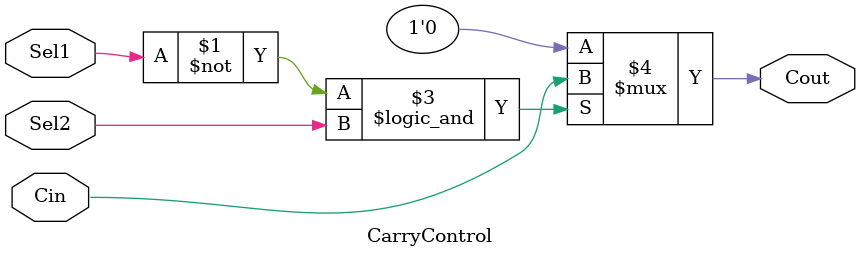
<source format=v>
`timescale 1ns / 1ps
module CarryControl(Sel1,Sel2,Cin,Cout);
	input Sel1,Sel2,Cin;
	output Cout;
	
	assign Cout = (Sel1 == 0 && Sel2 == 1)? Cin : 
						1'b0;
endmodule

</source>
